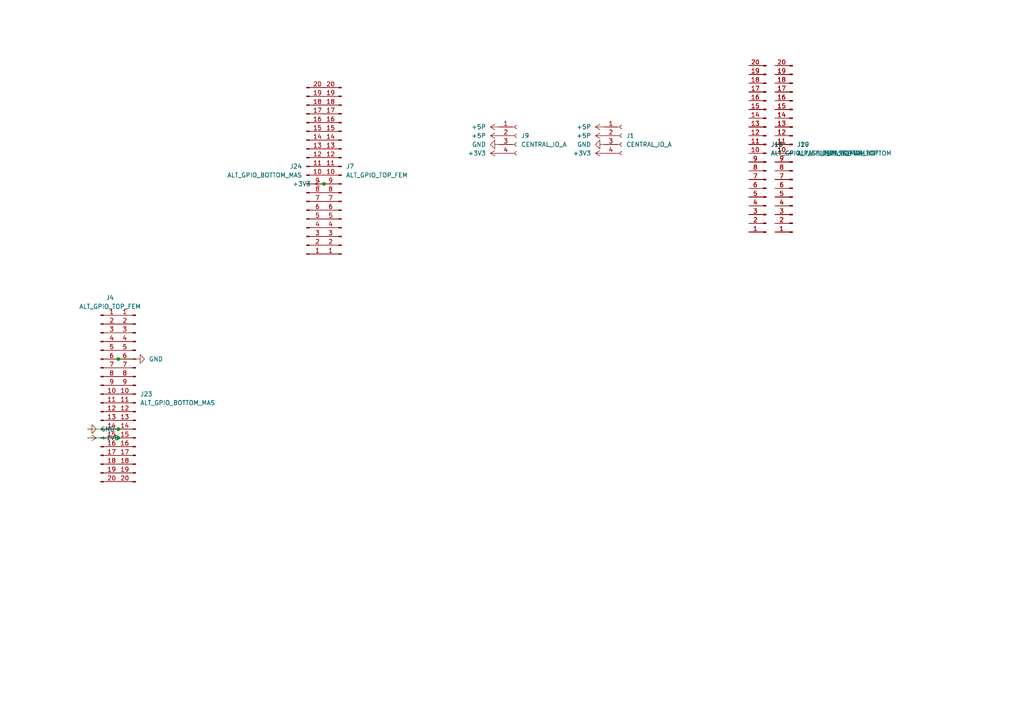
<source format=kicad_sch>
(kicad_sch (version 20210621) (generator eeschema)
  (paper "A4")
  (lib_symbols
    (symbol "Connector:Conn_01x04_Female" (pin_names (offset 1.016) hide)
      (property "Reference" "J" (at 0 5.08 0))
      (property "Value" "Conn_01x04_Female" (at 0 -7.62 0))
      (symbol "Conn_01x04_Female_1_1"
        (arc (start 0 -4.572) (end 0 -5.588) (radius (at 0 -5.08) (length 0.508) (angles 90.1 -90.1)) (stroke (width 0.1524)))
        (arc (start 0 -2.032) (end 0 -3.048) (radius (at 0 -2.54) (length 0.508) (angles 90.1 -90.1)) (stroke (width 0.1524)))
        (arc (start 0 0.508) (end 0 -0.508) (radius (at 0 0) (length 0.508) (angles 90.1 -90.1)) (stroke (width 0.1524)))
        (arc (start 0 3.048) (end 0 2.032) (radius (at 0 2.54) (length 0.508) (angles 90.1 -90.1)) (stroke (width 0.1524)))
        (polyline (pts (xy -1.27 -5.08) (xy -0.508 -5.08)) (stroke (width 0.1524)))
        (polyline (pts (xy -1.27 -2.54) (xy -0.508 -2.54)) (stroke (width 0.1524)))
        (polyline (pts (xy -1.27 0) (xy -0.508 0)) (stroke (width 0.1524)))
        (polyline (pts (xy -1.27 2.54) (xy -0.508 2.54)) (stroke (width 0.1524)))
        (pin passive line (at -5.08 2.54 0) (length 3.81) (name "Pin_1") (number "1"))
        (pin passive line (at -5.08 0 0) (length 3.81) (name "Pin_2") (number "2"))
        (pin passive line (at -5.08 -2.54 0) (length 3.81) (name "Pin_3") (number "3"))
        (pin passive line (at -5.08 -5.08 0) (length 3.81) (name "Pin_4") (number "4"))
      )
    )
    (symbol "Connector:Conn_01x20_Male" (pin_names (offset 1.016) hide)
      (property "Reference" "J" (at 0 25.4 0))
      (property "Value" "Conn_01x20_Male" (at 0 -27.94 0))
      (symbol "Conn_01x20_Male_1_1"
        (rectangle (start 0.8636 -25.273) (end 0 -25.527) (stroke (width 0.1524)) (fill (type outline)))
        (rectangle (start 0.8636 -22.733) (end 0 -22.987) (stroke (width 0.1524)) (fill (type outline)))
        (rectangle (start 0.8636 -20.193) (end 0 -20.447) (stroke (width 0.1524)) (fill (type outline)))
        (rectangle (start 0.8636 -17.653) (end 0 -17.907) (stroke (width 0.1524)) (fill (type outline)))
        (rectangle (start 0.8636 -15.113) (end 0 -15.367) (stroke (width 0.1524)) (fill (type outline)))
        (rectangle (start 0.8636 -12.573) (end 0 -12.827) (stroke (width 0.1524)) (fill (type outline)))
        (rectangle (start 0.8636 -10.033) (end 0 -10.287) (stroke (width 0.1524)) (fill (type outline)))
        (rectangle (start 0.8636 -7.493) (end 0 -7.747) (stroke (width 0.1524)) (fill (type outline)))
        (rectangle (start 0.8636 -4.953) (end 0 -5.207) (stroke (width 0.1524)) (fill (type outline)))
        (rectangle (start 0.8636 -2.413) (end 0 -2.667) (stroke (width 0.1524)) (fill (type outline)))
        (rectangle (start 0.8636 0.127) (end 0 -0.127) (stroke (width 0.1524)) (fill (type outline)))
        (rectangle (start 0.8636 2.667) (end 0 2.413) (stroke (width 0.1524)) (fill (type outline)))
        (rectangle (start 0.8636 5.207) (end 0 4.953) (stroke (width 0.1524)) (fill (type outline)))
        (rectangle (start 0.8636 7.747) (end 0 7.493) (stroke (width 0.1524)) (fill (type outline)))
        (rectangle (start 0.8636 10.287) (end 0 10.033) (stroke (width 0.1524)) (fill (type outline)))
        (rectangle (start 0.8636 12.827) (end 0 12.573) (stroke (width 0.1524)) (fill (type outline)))
        (rectangle (start 0.8636 15.367) (end 0 15.113) (stroke (width 0.1524)) (fill (type outline)))
        (rectangle (start 0.8636 17.907) (end 0 17.653) (stroke (width 0.1524)) (fill (type outline)))
        (rectangle (start 0.8636 20.447) (end 0 20.193) (stroke (width 0.1524)) (fill (type outline)))
        (rectangle (start 0.8636 22.987) (end 0 22.733) (stroke (width 0.1524)) (fill (type outline)))
        (polyline (pts (xy 1.27 -25.4) (xy 0.8636 -25.4)) (stroke (width 0.1524)))
        (polyline (pts (xy 1.27 -22.86) (xy 0.8636 -22.86)) (stroke (width 0.1524)))
        (polyline (pts (xy 1.27 -20.32) (xy 0.8636 -20.32)) (stroke (width 0.1524)))
        (polyline (pts (xy 1.27 -17.78) (xy 0.8636 -17.78)) (stroke (width 0.1524)))
        (polyline (pts (xy 1.27 -15.24) (xy 0.8636 -15.24)) (stroke (width 0.1524)))
        (polyline (pts (xy 1.27 -12.7) (xy 0.8636 -12.7)) (stroke (width 0.1524)))
        (polyline (pts (xy 1.27 -10.16) (xy 0.8636 -10.16)) (stroke (width 0.1524)))
        (polyline (pts (xy 1.27 -7.62) (xy 0.8636 -7.62)) (stroke (width 0.1524)))
        (polyline (pts (xy 1.27 -5.08) (xy 0.8636 -5.08)) (stroke (width 0.1524)))
        (polyline (pts (xy 1.27 -2.54) (xy 0.8636 -2.54)) (stroke (width 0.1524)))
        (polyline (pts (xy 1.27 0) (xy 0.8636 0)) (stroke (width 0.1524)))
        (polyline (pts (xy 1.27 2.54) (xy 0.8636 2.54)) (stroke (width 0.1524)))
        (polyline (pts (xy 1.27 5.08) (xy 0.8636 5.08)) (stroke (width 0.1524)))
        (polyline (pts (xy 1.27 7.62) (xy 0.8636 7.62)) (stroke (width 0.1524)))
        (polyline (pts (xy 1.27 10.16) (xy 0.8636 10.16)) (stroke (width 0.1524)))
        (polyline (pts (xy 1.27 12.7) (xy 0.8636 12.7)) (stroke (width 0.1524)))
        (polyline (pts (xy 1.27 15.24) (xy 0.8636 15.24)) (stroke (width 0.1524)))
        (polyline (pts (xy 1.27 17.78) (xy 0.8636 17.78)) (stroke (width 0.1524)))
        (polyline (pts (xy 1.27 20.32) (xy 0.8636 20.32)) (stroke (width 0.1524)))
        (polyline (pts (xy 1.27 22.86) (xy 0.8636 22.86)) (stroke (width 0.1524)))
        (pin passive line (at 5.08 22.86 180) (length 3.81) (name "Pin_1") (number "1"))
        (pin passive line (at 5.08 0 180) (length 3.81) (name "Pin_10") (number "10"))
        (pin passive line (at 5.08 -2.54 180) (length 3.81) (name "Pin_11") (number "11"))
        (pin passive line (at 5.08 -5.08 180) (length 3.81) (name "Pin_12") (number "12"))
        (pin passive line (at 5.08 -7.62 180) (length 3.81) (name "Pin_13") (number "13"))
        (pin passive line (at 5.08 -10.16 180) (length 3.81) (name "Pin_14") (number "14"))
        (pin passive line (at 5.08 -12.7 180) (length 3.81) (name "Pin_15") (number "15"))
        (pin passive line (at 5.08 -15.24 180) (length 3.81) (name "Pin_16") (number "16"))
        (pin passive line (at 5.08 -17.78 180) (length 3.81) (name "Pin_17") (number "17"))
        (pin passive line (at 5.08 -20.32 180) (length 3.81) (name "Pin_18") (number "18"))
        (pin passive line (at 5.08 -22.86 180) (length 3.81) (name "Pin_19") (number "19"))
        (pin passive line (at 5.08 20.32 180) (length 3.81) (name "Pin_2") (number "2"))
        (pin passive line (at 5.08 -25.4 180) (length 3.81) (name "Pin_20") (number "20"))
        (pin passive line (at 5.08 17.78 180) (length 3.81) (name "Pin_3") (number "3"))
        (pin passive line (at 5.08 15.24 180) (length 3.81) (name "Pin_4") (number "4"))
        (pin passive line (at 5.08 12.7 180) (length 3.81) (name "Pin_5") (number "5"))
        (pin passive line (at 5.08 10.16 180) (length 3.81) (name "Pin_6") (number "6"))
        (pin passive line (at 5.08 7.62 180) (length 3.81) (name "Pin_7") (number "7"))
        (pin passive line (at 5.08 5.08 180) (length 3.81) (name "Pin_8") (number "8"))
        (pin passive line (at 5.08 2.54 180) (length 3.81) (name "Pin_9") (number "9"))
      )
    )
    (symbol "power:+1V8" (power) (pin_names (offset 0))
      (property "Value" "+1V8" (at 0 3.556 0))
      (symbol "+1V8_0_1"
        (polyline (pts (xy -0.762 1.27) (xy 0 2.54)))
        (polyline (pts (xy 0 0) (xy 0 2.54)))
        (polyline (pts (xy 0 2.54) (xy 0.762 1.27)))
      )
      (symbol "+1V8_1_1"
        (pin power_in line (at 0 0 90) (length 0) hide (name "+1V8") (number "1"))
      )
    )
    (symbol "power:+3.3V" (power) (pin_names (offset 0))
      (property "Value" "+3.3V" (at 0 3.556 0))
      (symbol "+3.3V_0_1"
        (polyline (pts (xy -0.762 1.27) (xy 0 2.54)))
        (polyline (pts (xy 0 0) (xy 0 2.54)))
        (polyline (pts (xy 0 2.54) (xy 0.762 1.27)))
      )
      (symbol "+3.3V_1_1"
        (pin power_in line (at 0 0 90) (length 0) hide (name "+3V3") (number "1"))
      )
    )
    (symbol "power:+5P" (power) (pin_names (offset 0))
      (property "Value" "+5P" (at 0 3.556 0))
      (symbol "+5P_0_1"
        (polyline (pts (xy -0.762 1.27) (xy 0 2.54)))
        (polyline (pts (xy 0 0) (xy 0 2.54)))
        (polyline (pts (xy 0 2.54) (xy 0.762 1.27)))
      )
      (symbol "+5P_1_1"
        (pin power_in line (at 0 0 90) (length 0) hide (name "+5P") (number "1"))
      )
    )
    (symbol "power:GND" (power) (pin_names (offset 0))
      (property "Value" "GND" (at 0 -3.81 0))
      (symbol "GND_0_1"
        (polyline (pts (xy 0 0) (xy 0 -1.27) (xy 1.27 -1.27) (xy 0 -2.54) (xy -1.27 -1.27) (xy 0 -1.27)))
      )
      (symbol "GND_1_1"
        (pin power_in line (at 0 0 270) (length 0) hide (name "GND") (number "1"))
      )
    )
  )
  (junction (at 34.29 104.14) (diameter 0.9144))
  (junction (at 34.29 124.46) (diameter 0.9144))
  (junction (at 34.29 127) (diameter 0.9144))
  (junction (at 93.98 53.34) (diameter 0.9144))
  (wire (pts (xy 25.4 124.46) (xy 34.29 124.46)))
  (wire (pts (xy 25.4 127) (xy 34.29 127)))
  (wire (pts (xy 34.29 104.14) (xy 39.37 104.14)))
  (symbol (lib_id "power:+1V8") (at 25.4 127 270) (unit 1)
    (property "Reference" "#PWR010" (effects hide))
    (property "Value" "+1V8" (at 29.21 126.9999 90) (effects (justify left)))
  )
  (symbol (lib_id "power:+3.3V") (at 93.98 53.34 90) (unit 1)
    (property "Reference" "#PWR045" (effects hide))
    (property "Value" "+3.3V" (at 90.17 53.3399 90) (effects (justify left)))
  )
  (symbol (lib_id "power:+5P") (at 144.78 36.83 90) (unit 1)
    (property "Reference" "#PWR0105" (effects hide))
    (property "Value" "+5P" (at 140.97 36.8299 90) (effects (justify left)))
  )
  (symbol (lib_id "power:+5P") (at 144.78 39.37 90) (unit 1)
    (property "Reference" "#PWR048" (effects hide))
    (property "Value" "+5P" (at 140.97 39.3699 90) (effects (justify left)))
  )
  (symbol (lib_id "power:+3.3V") (at 144.78 44.45 90) (unit 1)
    (property "Reference" "#PWR0106" (effects hide))
    (property "Value" "+3.3V" (at 140.97 44.4499 90) (effects (justify left)))
  )
  (symbol (lib_id "power:+5P") (at 175.26 36.83 90) (unit 1)
    (property "Reference" "#PWR0101" (effects hide))
    (property "Value" "+5P" (at 171.45 36.8299 90) (effects (justify left)))
  )
  (symbol (lib_id "power:+5P") (at 175.26 39.37 90) (unit 1)
    (property "Reference" "#PWR0102" (effects hide))
    (property "Value" "+5P" (at 171.45 39.3699 90) (effects (justify left)))
  )
  (symbol (lib_id "power:+3.3V") (at 175.26 44.45 90) (unit 1)
    (property "Reference" "#PWR0103" (effects hide))
    (property "Value" "+3.3V" (at 171.45 44.4499 90) (effects (justify left)))
  )
  (symbol (lib_id "power:GND") (at 25.4 124.46 90) (unit 1)
    (property "Reference" "#PWR09" (effects hide))
    (property "Value" "GND" (at 29.21 124.4599 90) (effects (justify right)))
  )
  (symbol (lib_id "power:GND") (at 39.37 104.14 90) (unit 1)
    (property "Reference" "#PWR016" (effects hide))
    (property "Value" "GND" (at 43.18 104.1399 90) (effects (justify right)))
  )
  (symbol (lib_id "power:GND") (at 144.78 41.91 270) (unit 1)
    (property "Reference" "#PWR049" (effects hide))
    (property "Value" "GND" (at 140.97 41.9099 90) (effects (justify right)))
  )
  (symbol (lib_id "power:GND") (at 175.26 41.91 270) (unit 1)
    (property "Reference" "#PWR0104" (effects hide))
    (property "Value" "GND" (at 171.45 41.9099 90) (effects (justify right)))
  )
  (symbol (lib_id "Connector:Conn_01x04_Female") (at 149.86 39.37 0) (unit 1)
    (property "Reference" "J9" (at 151.13 39.3699 0) (effects (justify left)))
    (property "Value" "CENTRAL_IO_A" (at 151.13 41.9099 0) (effects (justify left)))
    (property "Footprint" "Connector_PinHeader_2.54mm:PinHeader_1x04_P2.54mm_Vertical" (effects hide))
  )
  (symbol (lib_id "Connector:Conn_01x04_Female") (at 180.34 39.37 0) (unit 1)
    (property "Reference" "J1" (at 181.61 39.3699 0) (effects (justify left)))
    (property "Value" "CENTRAL_IO_A" (at 181.61 41.9099 0) (effects (justify left)))
    (property "Footprint" "Connector_PinHeader_2.54mm:PinHeader_1x04_P2.54mm_Vertical" (effects hide))
  )
  (symbol (lib_id "Connector:Conn_01x20_Male") (at 29.21 114.3 0) (unit 1)
    (property "Reference" "J4" (at 31.9024 86.36 0))
    (property "Value" "ALT_GPIO_TOP_FEM" (at 31.9024 88.9 0))
    (property "Footprint" "LibsCustom:10132797-021100LF" (effects hide))
  )
  (symbol (lib_id "Connector:Conn_01x20_Male") (at 39.37 114.3 0) (mirror y) (unit 1)
    (property "Reference" "J23" (at 40.64 114.2999 0) (effects (justify right)))
    (property "Value" "ALT_GPIO_BOTTOM_MAS" (at 40.64 116.8399 0) (effects (justify right)))
    (property "Footprint" "LibsCustom:10132798-022100LF" (effects hide))
  )
  (symbol (lib_id "Connector:Conn_01x20_Male") (at 88.9 50.8 0) (mirror x) (unit 1)
    (property "Reference" "J24" (at 87.63 48.2599 0) (effects (justify right)))
    (property "Value" "ALT_GPIO_BOTTOM_MAS" (at 87.63 50.7999 0) (effects (justify right)))
    (property "Footprint" "LibsCustom:10132798-022100LF" (effects hide))
  )
  (symbol (lib_id "Connector:Conn_01x20_Male") (at 99.06 50.8 180) (unit 1)
    (property "Reference" "J7" (at 100.33 48.2599 0) (effects (justify right)))
    (property "Value" "ALT_GPIO_TOP_FEM" (at 100.33 50.7999 0) (effects (justify right)))
    (property "Footprint" "LibsCustom:10132797-021100LF" (effects hide))
  )
  (symbol (lib_id "Connector:Conn_01x20_Male") (at 222.25 44.45 180) (unit 1)
    (property "Reference" "J16" (at 223.52 41.9099 0) (effects (justify right)))
    (property "Value" "ALT_GPIO_PASS_FEM_TOP" (at 223.52 44.4499 0) (effects (justify right)))
    (property "Footprint" "LibsCustom:10132797-021100LF" (effects hide))
  )
  (symbol (lib_id "Connector:Conn_01x20_Male") (at 222.25 44.45 180) (unit 1)
    (property "Reference" "J17" (at 223.52 41.9099 0) (effects (justify right)))
    (property "Value" "ALT_GPIO_PASS_MAS_BOTTOM" (at 223.52 44.4499 0) (effects (justify right)))
    (property "Footprint" "LibsCustom:10132798-022100LF" (effects hide))
  )
  (symbol (lib_id "Connector:Conn_01x20_Male") (at 229.87 44.45 180) (unit 1)
    (property "Reference" "J19" (at 231.14 41.9099 0) (effects (justify right)))
    (property "Value" "ALT_GPIO_PASS_MAS_BOTTOM" (at 231.14 44.4499 0) (effects (justify right)))
    (property "Footprint" "LibsCustom:10132798-022100LF" (effects hide))
  )
  (symbol (lib_id "Connector:Conn_01x20_Male") (at 229.87 44.45 180) (unit 1)
    (property "Reference" "J20" (at 231.14 41.9099 0) (effects (justify right)))
    (property "Value" "ALT_GPIO_PASS_FEM_TOP" (at 231.14 44.4499 0) (effects (justify right)))
    (property "Footprint" "LibsCustom:10132797-021100LF" (effects hide))
  )
)
</source>
